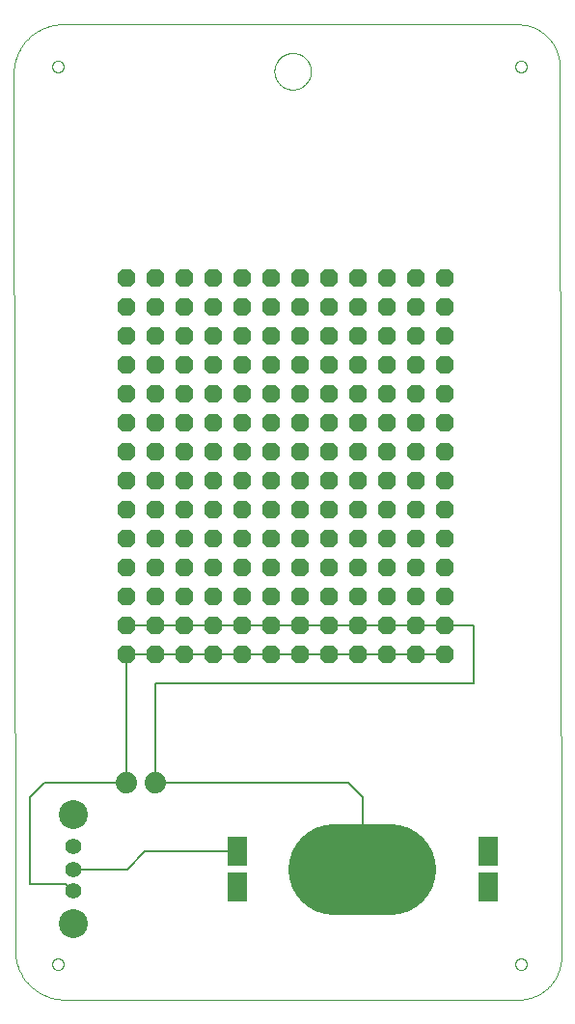
<source format=gtl>
G75*
%MOIN*%
%OFA0B0*%
%FSLAX25Y25*%
%IPPOS*%
%LPD*%
%AMOC8*
5,1,8,0,0,1.08239X$1,22.5*
%
%ADD10C,0.00000*%
%ADD11C,0.07400*%
%ADD12OC8,0.06300*%
%ADD13C,0.05600*%
%ADD14C,0.10000*%
%ADD15R,0.07000X0.10000*%
%ADD16C,0.31496*%
%ADD17C,0.00600*%
D10*
X0008809Y0018071D02*
X0008329Y0320837D01*
X0021632Y0323269D02*
X0021634Y0323357D01*
X0021640Y0323445D01*
X0021650Y0323533D01*
X0021664Y0323621D01*
X0021681Y0323707D01*
X0021703Y0323793D01*
X0021728Y0323877D01*
X0021758Y0323961D01*
X0021790Y0324043D01*
X0021827Y0324123D01*
X0021867Y0324202D01*
X0021911Y0324279D01*
X0021958Y0324354D01*
X0022008Y0324426D01*
X0022062Y0324497D01*
X0022118Y0324564D01*
X0022178Y0324630D01*
X0022240Y0324692D01*
X0022306Y0324752D01*
X0022373Y0324808D01*
X0022444Y0324862D01*
X0022516Y0324912D01*
X0022591Y0324959D01*
X0022668Y0325003D01*
X0022747Y0325043D01*
X0022827Y0325080D01*
X0022909Y0325112D01*
X0022993Y0325142D01*
X0023077Y0325167D01*
X0023163Y0325189D01*
X0023249Y0325206D01*
X0023337Y0325220D01*
X0023425Y0325230D01*
X0023513Y0325236D01*
X0023601Y0325238D01*
X0023689Y0325236D01*
X0023777Y0325230D01*
X0023865Y0325220D01*
X0023953Y0325206D01*
X0024039Y0325189D01*
X0024125Y0325167D01*
X0024209Y0325142D01*
X0024293Y0325112D01*
X0024375Y0325080D01*
X0024455Y0325043D01*
X0024534Y0325003D01*
X0024611Y0324959D01*
X0024686Y0324912D01*
X0024758Y0324862D01*
X0024829Y0324808D01*
X0024896Y0324752D01*
X0024962Y0324692D01*
X0025024Y0324630D01*
X0025084Y0324564D01*
X0025140Y0324497D01*
X0025194Y0324426D01*
X0025244Y0324354D01*
X0025291Y0324279D01*
X0025335Y0324202D01*
X0025375Y0324123D01*
X0025412Y0324043D01*
X0025444Y0323961D01*
X0025474Y0323877D01*
X0025499Y0323793D01*
X0025521Y0323707D01*
X0025538Y0323621D01*
X0025552Y0323533D01*
X0025562Y0323445D01*
X0025568Y0323357D01*
X0025570Y0323269D01*
X0025568Y0323181D01*
X0025562Y0323093D01*
X0025552Y0323005D01*
X0025538Y0322917D01*
X0025521Y0322831D01*
X0025499Y0322745D01*
X0025474Y0322661D01*
X0025444Y0322577D01*
X0025412Y0322495D01*
X0025375Y0322415D01*
X0025335Y0322336D01*
X0025291Y0322259D01*
X0025244Y0322184D01*
X0025194Y0322112D01*
X0025140Y0322041D01*
X0025084Y0321974D01*
X0025024Y0321908D01*
X0024962Y0321846D01*
X0024896Y0321786D01*
X0024829Y0321730D01*
X0024758Y0321676D01*
X0024686Y0321626D01*
X0024611Y0321579D01*
X0024534Y0321535D01*
X0024455Y0321495D01*
X0024375Y0321458D01*
X0024293Y0321426D01*
X0024209Y0321396D01*
X0024125Y0321371D01*
X0024039Y0321349D01*
X0023953Y0321332D01*
X0023865Y0321318D01*
X0023777Y0321308D01*
X0023689Y0321302D01*
X0023601Y0321300D01*
X0023513Y0321302D01*
X0023425Y0321308D01*
X0023337Y0321318D01*
X0023249Y0321332D01*
X0023163Y0321349D01*
X0023077Y0321371D01*
X0022993Y0321396D01*
X0022909Y0321426D01*
X0022827Y0321458D01*
X0022747Y0321495D01*
X0022668Y0321535D01*
X0022591Y0321579D01*
X0022516Y0321626D01*
X0022444Y0321676D01*
X0022373Y0321730D01*
X0022306Y0321786D01*
X0022240Y0321846D01*
X0022178Y0321908D01*
X0022118Y0321974D01*
X0022062Y0322041D01*
X0022008Y0322112D01*
X0021958Y0322184D01*
X0021911Y0322259D01*
X0021867Y0322336D01*
X0021827Y0322415D01*
X0021790Y0322495D01*
X0021758Y0322577D01*
X0021728Y0322661D01*
X0021703Y0322745D01*
X0021681Y0322831D01*
X0021664Y0322917D01*
X0021650Y0323005D01*
X0021640Y0323093D01*
X0021634Y0323181D01*
X0021632Y0323269D01*
X0008329Y0320837D02*
X0008334Y0321248D01*
X0008349Y0321659D01*
X0008374Y0322069D01*
X0008408Y0322478D01*
X0008453Y0322887D01*
X0008507Y0323294D01*
X0008572Y0323700D01*
X0008646Y0324104D01*
X0008730Y0324506D01*
X0008823Y0324906D01*
X0008926Y0325304D01*
X0009039Y0325699D01*
X0009161Y0326092D01*
X0009293Y0326481D01*
X0009434Y0326867D01*
X0009584Y0327249D01*
X0009744Y0327628D01*
X0009913Y0328003D01*
X0010090Y0328373D01*
X0010277Y0328739D01*
X0010472Y0329101D01*
X0010676Y0329457D01*
X0010889Y0329809D01*
X0011110Y0330155D01*
X0011339Y0330496D01*
X0011576Y0330832D01*
X0011822Y0331161D01*
X0012075Y0331485D01*
X0012337Y0331802D01*
X0012605Y0332113D01*
X0012882Y0332417D01*
X0013165Y0332714D01*
X0013456Y0333005D01*
X0013753Y0333288D01*
X0014057Y0333565D01*
X0014368Y0333833D01*
X0014685Y0334095D01*
X0015009Y0334348D01*
X0015338Y0334594D01*
X0015674Y0334831D01*
X0016015Y0335060D01*
X0016361Y0335281D01*
X0016713Y0335494D01*
X0017069Y0335698D01*
X0017431Y0335893D01*
X0017797Y0336080D01*
X0018167Y0336257D01*
X0018542Y0336426D01*
X0018921Y0336586D01*
X0019303Y0336736D01*
X0019689Y0336877D01*
X0020078Y0337009D01*
X0020471Y0337131D01*
X0020866Y0337244D01*
X0021264Y0337347D01*
X0021664Y0337440D01*
X0022066Y0337524D01*
X0022470Y0337598D01*
X0022876Y0337663D01*
X0023283Y0337717D01*
X0023692Y0337762D01*
X0024101Y0337796D01*
X0024511Y0337821D01*
X0024922Y0337836D01*
X0025333Y0337841D01*
X0182309Y0337841D01*
X0181632Y0323269D02*
X0181634Y0323357D01*
X0181640Y0323445D01*
X0181650Y0323533D01*
X0181664Y0323621D01*
X0181681Y0323707D01*
X0181703Y0323793D01*
X0181728Y0323877D01*
X0181758Y0323961D01*
X0181790Y0324043D01*
X0181827Y0324123D01*
X0181867Y0324202D01*
X0181911Y0324279D01*
X0181958Y0324354D01*
X0182008Y0324426D01*
X0182062Y0324497D01*
X0182118Y0324564D01*
X0182178Y0324630D01*
X0182240Y0324692D01*
X0182306Y0324752D01*
X0182373Y0324808D01*
X0182444Y0324862D01*
X0182516Y0324912D01*
X0182591Y0324959D01*
X0182668Y0325003D01*
X0182747Y0325043D01*
X0182827Y0325080D01*
X0182909Y0325112D01*
X0182993Y0325142D01*
X0183077Y0325167D01*
X0183163Y0325189D01*
X0183249Y0325206D01*
X0183337Y0325220D01*
X0183425Y0325230D01*
X0183513Y0325236D01*
X0183601Y0325238D01*
X0183689Y0325236D01*
X0183777Y0325230D01*
X0183865Y0325220D01*
X0183953Y0325206D01*
X0184039Y0325189D01*
X0184125Y0325167D01*
X0184209Y0325142D01*
X0184293Y0325112D01*
X0184375Y0325080D01*
X0184455Y0325043D01*
X0184534Y0325003D01*
X0184611Y0324959D01*
X0184686Y0324912D01*
X0184758Y0324862D01*
X0184829Y0324808D01*
X0184896Y0324752D01*
X0184962Y0324692D01*
X0185024Y0324630D01*
X0185084Y0324564D01*
X0185140Y0324497D01*
X0185194Y0324426D01*
X0185244Y0324354D01*
X0185291Y0324279D01*
X0185335Y0324202D01*
X0185375Y0324123D01*
X0185412Y0324043D01*
X0185444Y0323961D01*
X0185474Y0323877D01*
X0185499Y0323793D01*
X0185521Y0323707D01*
X0185538Y0323621D01*
X0185552Y0323533D01*
X0185562Y0323445D01*
X0185568Y0323357D01*
X0185570Y0323269D01*
X0185568Y0323181D01*
X0185562Y0323093D01*
X0185552Y0323005D01*
X0185538Y0322917D01*
X0185521Y0322831D01*
X0185499Y0322745D01*
X0185474Y0322661D01*
X0185444Y0322577D01*
X0185412Y0322495D01*
X0185375Y0322415D01*
X0185335Y0322336D01*
X0185291Y0322259D01*
X0185244Y0322184D01*
X0185194Y0322112D01*
X0185140Y0322041D01*
X0185084Y0321974D01*
X0185024Y0321908D01*
X0184962Y0321846D01*
X0184896Y0321786D01*
X0184829Y0321730D01*
X0184758Y0321676D01*
X0184686Y0321626D01*
X0184611Y0321579D01*
X0184534Y0321535D01*
X0184455Y0321495D01*
X0184375Y0321458D01*
X0184293Y0321426D01*
X0184209Y0321396D01*
X0184125Y0321371D01*
X0184039Y0321349D01*
X0183953Y0321332D01*
X0183865Y0321318D01*
X0183777Y0321308D01*
X0183689Y0321302D01*
X0183601Y0321300D01*
X0183513Y0321302D01*
X0183425Y0321308D01*
X0183337Y0321318D01*
X0183249Y0321332D01*
X0183163Y0321349D01*
X0183077Y0321371D01*
X0182993Y0321396D01*
X0182909Y0321426D01*
X0182827Y0321458D01*
X0182747Y0321495D01*
X0182668Y0321535D01*
X0182591Y0321579D01*
X0182516Y0321626D01*
X0182444Y0321676D01*
X0182373Y0321730D01*
X0182306Y0321786D01*
X0182240Y0321846D01*
X0182178Y0321908D01*
X0182118Y0321974D01*
X0182062Y0322041D01*
X0182008Y0322112D01*
X0181958Y0322184D01*
X0181911Y0322259D01*
X0181867Y0322336D01*
X0181827Y0322415D01*
X0181790Y0322495D01*
X0181758Y0322577D01*
X0181728Y0322661D01*
X0181703Y0322745D01*
X0181681Y0322831D01*
X0181664Y0322917D01*
X0181650Y0323005D01*
X0181640Y0323093D01*
X0181634Y0323181D01*
X0181632Y0323269D01*
X0182309Y0337841D02*
X0182665Y0337837D01*
X0183020Y0337824D01*
X0183375Y0337802D01*
X0183730Y0337772D01*
X0184083Y0337734D01*
X0184436Y0337687D01*
X0184787Y0337631D01*
X0185137Y0337567D01*
X0185486Y0337494D01*
X0185832Y0337413D01*
X0186176Y0337324D01*
X0186518Y0337226D01*
X0186858Y0337121D01*
X0187195Y0337006D01*
X0187529Y0336884D01*
X0187860Y0336754D01*
X0188188Y0336616D01*
X0188512Y0336470D01*
X0188833Y0336316D01*
X0189150Y0336155D01*
X0189463Y0335986D01*
X0189772Y0335809D01*
X0190076Y0335625D01*
X0190376Y0335434D01*
X0190671Y0335235D01*
X0190962Y0335030D01*
X0191247Y0334817D01*
X0191527Y0334598D01*
X0191802Y0334371D01*
X0192071Y0334139D01*
X0192334Y0333900D01*
X0192592Y0333654D01*
X0192843Y0333403D01*
X0193089Y0333145D01*
X0193328Y0332882D01*
X0193560Y0332613D01*
X0193787Y0332338D01*
X0194006Y0332058D01*
X0194219Y0331773D01*
X0194424Y0331482D01*
X0194623Y0331187D01*
X0194814Y0330887D01*
X0194998Y0330583D01*
X0195175Y0330274D01*
X0195344Y0329961D01*
X0195505Y0329644D01*
X0195659Y0329323D01*
X0195805Y0328999D01*
X0195943Y0328671D01*
X0196073Y0328340D01*
X0196195Y0328006D01*
X0196310Y0327669D01*
X0196415Y0327329D01*
X0196513Y0326987D01*
X0196602Y0326643D01*
X0196683Y0326297D01*
X0196756Y0325948D01*
X0196820Y0325598D01*
X0196876Y0325247D01*
X0196923Y0324894D01*
X0196961Y0324541D01*
X0196991Y0324186D01*
X0197013Y0323831D01*
X0197026Y0323476D01*
X0197030Y0323120D01*
X0197510Y0015784D01*
X0181609Y0013209D02*
X0181611Y0013297D01*
X0181617Y0013385D01*
X0181627Y0013473D01*
X0181641Y0013561D01*
X0181658Y0013647D01*
X0181680Y0013733D01*
X0181705Y0013817D01*
X0181735Y0013901D01*
X0181767Y0013983D01*
X0181804Y0014063D01*
X0181844Y0014142D01*
X0181888Y0014219D01*
X0181935Y0014294D01*
X0181985Y0014366D01*
X0182039Y0014437D01*
X0182095Y0014504D01*
X0182155Y0014570D01*
X0182217Y0014632D01*
X0182283Y0014692D01*
X0182350Y0014748D01*
X0182421Y0014802D01*
X0182493Y0014852D01*
X0182568Y0014899D01*
X0182645Y0014943D01*
X0182724Y0014983D01*
X0182804Y0015020D01*
X0182886Y0015052D01*
X0182970Y0015082D01*
X0183054Y0015107D01*
X0183140Y0015129D01*
X0183226Y0015146D01*
X0183314Y0015160D01*
X0183402Y0015170D01*
X0183490Y0015176D01*
X0183578Y0015178D01*
X0183666Y0015176D01*
X0183754Y0015170D01*
X0183842Y0015160D01*
X0183930Y0015146D01*
X0184016Y0015129D01*
X0184102Y0015107D01*
X0184186Y0015082D01*
X0184270Y0015052D01*
X0184352Y0015020D01*
X0184432Y0014983D01*
X0184511Y0014943D01*
X0184588Y0014899D01*
X0184663Y0014852D01*
X0184735Y0014802D01*
X0184806Y0014748D01*
X0184873Y0014692D01*
X0184939Y0014632D01*
X0185001Y0014570D01*
X0185061Y0014504D01*
X0185117Y0014437D01*
X0185171Y0014366D01*
X0185221Y0014294D01*
X0185268Y0014219D01*
X0185312Y0014142D01*
X0185352Y0014063D01*
X0185389Y0013983D01*
X0185421Y0013901D01*
X0185451Y0013817D01*
X0185476Y0013733D01*
X0185498Y0013647D01*
X0185515Y0013561D01*
X0185529Y0013473D01*
X0185539Y0013385D01*
X0185545Y0013297D01*
X0185547Y0013209D01*
X0185545Y0013121D01*
X0185539Y0013033D01*
X0185529Y0012945D01*
X0185515Y0012857D01*
X0185498Y0012771D01*
X0185476Y0012685D01*
X0185451Y0012601D01*
X0185421Y0012517D01*
X0185389Y0012435D01*
X0185352Y0012355D01*
X0185312Y0012276D01*
X0185268Y0012199D01*
X0185221Y0012124D01*
X0185171Y0012052D01*
X0185117Y0011981D01*
X0185061Y0011914D01*
X0185001Y0011848D01*
X0184939Y0011786D01*
X0184873Y0011726D01*
X0184806Y0011670D01*
X0184735Y0011616D01*
X0184663Y0011566D01*
X0184588Y0011519D01*
X0184511Y0011475D01*
X0184432Y0011435D01*
X0184352Y0011398D01*
X0184270Y0011366D01*
X0184186Y0011336D01*
X0184102Y0011311D01*
X0184016Y0011289D01*
X0183930Y0011272D01*
X0183842Y0011258D01*
X0183754Y0011248D01*
X0183666Y0011242D01*
X0183578Y0011240D01*
X0183490Y0011242D01*
X0183402Y0011248D01*
X0183314Y0011258D01*
X0183226Y0011272D01*
X0183140Y0011289D01*
X0183054Y0011311D01*
X0182970Y0011336D01*
X0182886Y0011366D01*
X0182804Y0011398D01*
X0182724Y0011435D01*
X0182645Y0011475D01*
X0182568Y0011519D01*
X0182493Y0011566D01*
X0182421Y0011616D01*
X0182350Y0011670D01*
X0182283Y0011726D01*
X0182217Y0011786D01*
X0182155Y0011848D01*
X0182095Y0011914D01*
X0182039Y0011981D01*
X0181985Y0012052D01*
X0181935Y0012124D01*
X0181888Y0012199D01*
X0181844Y0012276D01*
X0181804Y0012355D01*
X0181767Y0012435D01*
X0181735Y0012517D01*
X0181705Y0012601D01*
X0181680Y0012685D01*
X0181658Y0012771D01*
X0181641Y0012857D01*
X0181627Y0012945D01*
X0181617Y0013033D01*
X0181611Y0013121D01*
X0181609Y0013209D01*
X0182726Y0001000D02*
X0183083Y0001004D01*
X0183440Y0001017D01*
X0183797Y0001039D01*
X0184153Y0001069D01*
X0184508Y0001108D01*
X0184862Y0001155D01*
X0185215Y0001211D01*
X0185566Y0001275D01*
X0185916Y0001348D01*
X0186264Y0001430D01*
X0186610Y0001519D01*
X0186953Y0001617D01*
X0187295Y0001724D01*
X0187633Y0001838D01*
X0187968Y0001961D01*
X0188301Y0002091D01*
X0188630Y0002230D01*
X0188956Y0002377D01*
X0189278Y0002531D01*
X0189596Y0002693D01*
X0189911Y0002863D01*
X0190221Y0003041D01*
X0190527Y0003225D01*
X0190828Y0003418D01*
X0191124Y0003617D01*
X0191416Y0003823D01*
X0191702Y0004037D01*
X0191984Y0004257D01*
X0192259Y0004484D01*
X0192530Y0004718D01*
X0192794Y0004958D01*
X0193053Y0005205D01*
X0193305Y0005457D01*
X0193552Y0005716D01*
X0193792Y0005980D01*
X0194026Y0006251D01*
X0194253Y0006526D01*
X0194473Y0006808D01*
X0194687Y0007094D01*
X0194893Y0007386D01*
X0195092Y0007682D01*
X0195285Y0007983D01*
X0195469Y0008289D01*
X0195647Y0008599D01*
X0195817Y0008914D01*
X0195979Y0009232D01*
X0196133Y0009554D01*
X0196280Y0009880D01*
X0196419Y0010209D01*
X0196549Y0010542D01*
X0196672Y0010877D01*
X0196786Y0011215D01*
X0196893Y0011557D01*
X0196991Y0011900D01*
X0197080Y0012246D01*
X0197162Y0012594D01*
X0197235Y0012944D01*
X0197299Y0013295D01*
X0197355Y0013648D01*
X0197402Y0014002D01*
X0197441Y0014357D01*
X0197471Y0014713D01*
X0197493Y0015070D01*
X0197506Y0015427D01*
X0197510Y0015784D01*
X0182726Y0001000D02*
X0025880Y0001000D01*
X0021609Y0013209D02*
X0021611Y0013297D01*
X0021617Y0013385D01*
X0021627Y0013473D01*
X0021641Y0013561D01*
X0021658Y0013647D01*
X0021680Y0013733D01*
X0021705Y0013817D01*
X0021735Y0013901D01*
X0021767Y0013983D01*
X0021804Y0014063D01*
X0021844Y0014142D01*
X0021888Y0014219D01*
X0021935Y0014294D01*
X0021985Y0014366D01*
X0022039Y0014437D01*
X0022095Y0014504D01*
X0022155Y0014570D01*
X0022217Y0014632D01*
X0022283Y0014692D01*
X0022350Y0014748D01*
X0022421Y0014802D01*
X0022493Y0014852D01*
X0022568Y0014899D01*
X0022645Y0014943D01*
X0022724Y0014983D01*
X0022804Y0015020D01*
X0022886Y0015052D01*
X0022970Y0015082D01*
X0023054Y0015107D01*
X0023140Y0015129D01*
X0023226Y0015146D01*
X0023314Y0015160D01*
X0023402Y0015170D01*
X0023490Y0015176D01*
X0023578Y0015178D01*
X0023666Y0015176D01*
X0023754Y0015170D01*
X0023842Y0015160D01*
X0023930Y0015146D01*
X0024016Y0015129D01*
X0024102Y0015107D01*
X0024186Y0015082D01*
X0024270Y0015052D01*
X0024352Y0015020D01*
X0024432Y0014983D01*
X0024511Y0014943D01*
X0024588Y0014899D01*
X0024663Y0014852D01*
X0024735Y0014802D01*
X0024806Y0014748D01*
X0024873Y0014692D01*
X0024939Y0014632D01*
X0025001Y0014570D01*
X0025061Y0014504D01*
X0025117Y0014437D01*
X0025171Y0014366D01*
X0025221Y0014294D01*
X0025268Y0014219D01*
X0025312Y0014142D01*
X0025352Y0014063D01*
X0025389Y0013983D01*
X0025421Y0013901D01*
X0025451Y0013817D01*
X0025476Y0013733D01*
X0025498Y0013647D01*
X0025515Y0013561D01*
X0025529Y0013473D01*
X0025539Y0013385D01*
X0025545Y0013297D01*
X0025547Y0013209D01*
X0025545Y0013121D01*
X0025539Y0013033D01*
X0025529Y0012945D01*
X0025515Y0012857D01*
X0025498Y0012771D01*
X0025476Y0012685D01*
X0025451Y0012601D01*
X0025421Y0012517D01*
X0025389Y0012435D01*
X0025352Y0012355D01*
X0025312Y0012276D01*
X0025268Y0012199D01*
X0025221Y0012124D01*
X0025171Y0012052D01*
X0025117Y0011981D01*
X0025061Y0011914D01*
X0025001Y0011848D01*
X0024939Y0011786D01*
X0024873Y0011726D01*
X0024806Y0011670D01*
X0024735Y0011616D01*
X0024663Y0011566D01*
X0024588Y0011519D01*
X0024511Y0011475D01*
X0024432Y0011435D01*
X0024352Y0011398D01*
X0024270Y0011366D01*
X0024186Y0011336D01*
X0024102Y0011311D01*
X0024016Y0011289D01*
X0023930Y0011272D01*
X0023842Y0011258D01*
X0023754Y0011248D01*
X0023666Y0011242D01*
X0023578Y0011240D01*
X0023490Y0011242D01*
X0023402Y0011248D01*
X0023314Y0011258D01*
X0023226Y0011272D01*
X0023140Y0011289D01*
X0023054Y0011311D01*
X0022970Y0011336D01*
X0022886Y0011366D01*
X0022804Y0011398D01*
X0022724Y0011435D01*
X0022645Y0011475D01*
X0022568Y0011519D01*
X0022493Y0011566D01*
X0022421Y0011616D01*
X0022350Y0011670D01*
X0022283Y0011726D01*
X0022217Y0011786D01*
X0022155Y0011848D01*
X0022095Y0011914D01*
X0022039Y0011981D01*
X0021985Y0012052D01*
X0021935Y0012124D01*
X0021888Y0012199D01*
X0021844Y0012276D01*
X0021804Y0012355D01*
X0021767Y0012435D01*
X0021735Y0012517D01*
X0021705Y0012601D01*
X0021680Y0012685D01*
X0021658Y0012771D01*
X0021641Y0012857D01*
X0021627Y0012945D01*
X0021617Y0013033D01*
X0021611Y0013121D01*
X0021609Y0013209D01*
X0025880Y0001000D02*
X0025468Y0001005D01*
X0025055Y0001020D01*
X0024643Y0001045D01*
X0024232Y0001080D01*
X0023822Y0001124D01*
X0023413Y0001179D01*
X0023006Y0001244D01*
X0022600Y0001318D01*
X0022196Y0001402D01*
X0021795Y0001496D01*
X0021395Y0001600D01*
X0020999Y0001713D01*
X0020605Y0001836D01*
X0020214Y0001968D01*
X0019827Y0002109D01*
X0019443Y0002260D01*
X0019062Y0002420D01*
X0018686Y0002590D01*
X0018314Y0002768D01*
X0017947Y0002955D01*
X0017584Y0003151D01*
X0017226Y0003356D01*
X0016873Y0003570D01*
X0016525Y0003792D01*
X0016183Y0004022D01*
X0015846Y0004260D01*
X0015515Y0004507D01*
X0015190Y0004761D01*
X0014872Y0005023D01*
X0014560Y0005293D01*
X0014254Y0005570D01*
X0013956Y0005855D01*
X0013664Y0006147D01*
X0013379Y0006445D01*
X0013102Y0006751D01*
X0012832Y0007063D01*
X0012570Y0007381D01*
X0012316Y0007706D01*
X0012069Y0008037D01*
X0011831Y0008374D01*
X0011601Y0008716D01*
X0011379Y0009064D01*
X0011165Y0009417D01*
X0010960Y0009775D01*
X0010764Y0010138D01*
X0010577Y0010505D01*
X0010399Y0010877D01*
X0010229Y0011253D01*
X0010069Y0011634D01*
X0009918Y0012018D01*
X0009777Y0012405D01*
X0009645Y0012796D01*
X0009522Y0013190D01*
X0009409Y0013586D01*
X0009305Y0013986D01*
X0009211Y0014387D01*
X0009127Y0014791D01*
X0009053Y0015197D01*
X0008988Y0015604D01*
X0008933Y0016013D01*
X0008889Y0016423D01*
X0008854Y0016834D01*
X0008829Y0017246D01*
X0008814Y0017659D01*
X0008809Y0018071D01*
X0098410Y0321609D02*
X0098412Y0321767D01*
X0098418Y0321925D01*
X0098428Y0322083D01*
X0098442Y0322241D01*
X0098460Y0322398D01*
X0098481Y0322555D01*
X0098507Y0322711D01*
X0098537Y0322867D01*
X0098570Y0323022D01*
X0098608Y0323175D01*
X0098649Y0323328D01*
X0098694Y0323480D01*
X0098743Y0323631D01*
X0098796Y0323780D01*
X0098852Y0323928D01*
X0098912Y0324074D01*
X0098976Y0324219D01*
X0099044Y0324362D01*
X0099115Y0324504D01*
X0099189Y0324644D01*
X0099267Y0324781D01*
X0099349Y0324917D01*
X0099433Y0325051D01*
X0099522Y0325182D01*
X0099613Y0325311D01*
X0099708Y0325438D01*
X0099805Y0325563D01*
X0099906Y0325685D01*
X0100010Y0325804D01*
X0100117Y0325921D01*
X0100227Y0326035D01*
X0100340Y0326146D01*
X0100455Y0326255D01*
X0100573Y0326360D01*
X0100694Y0326462D01*
X0100817Y0326562D01*
X0100943Y0326658D01*
X0101071Y0326751D01*
X0101201Y0326841D01*
X0101334Y0326927D01*
X0101469Y0327011D01*
X0101605Y0327090D01*
X0101744Y0327167D01*
X0101885Y0327239D01*
X0102027Y0327309D01*
X0102171Y0327374D01*
X0102317Y0327436D01*
X0102464Y0327494D01*
X0102613Y0327549D01*
X0102763Y0327600D01*
X0102914Y0327647D01*
X0103066Y0327690D01*
X0103219Y0327729D01*
X0103374Y0327765D01*
X0103529Y0327796D01*
X0103685Y0327824D01*
X0103841Y0327848D01*
X0103998Y0327868D01*
X0104156Y0327884D01*
X0104313Y0327896D01*
X0104472Y0327904D01*
X0104630Y0327908D01*
X0104788Y0327908D01*
X0104946Y0327904D01*
X0105105Y0327896D01*
X0105262Y0327884D01*
X0105420Y0327868D01*
X0105577Y0327848D01*
X0105733Y0327824D01*
X0105889Y0327796D01*
X0106044Y0327765D01*
X0106199Y0327729D01*
X0106352Y0327690D01*
X0106504Y0327647D01*
X0106655Y0327600D01*
X0106805Y0327549D01*
X0106954Y0327494D01*
X0107101Y0327436D01*
X0107247Y0327374D01*
X0107391Y0327309D01*
X0107533Y0327239D01*
X0107674Y0327167D01*
X0107813Y0327090D01*
X0107949Y0327011D01*
X0108084Y0326927D01*
X0108217Y0326841D01*
X0108347Y0326751D01*
X0108475Y0326658D01*
X0108601Y0326562D01*
X0108724Y0326462D01*
X0108845Y0326360D01*
X0108963Y0326255D01*
X0109078Y0326146D01*
X0109191Y0326035D01*
X0109301Y0325921D01*
X0109408Y0325804D01*
X0109512Y0325685D01*
X0109613Y0325563D01*
X0109710Y0325438D01*
X0109805Y0325311D01*
X0109896Y0325182D01*
X0109985Y0325051D01*
X0110069Y0324917D01*
X0110151Y0324781D01*
X0110229Y0324644D01*
X0110303Y0324504D01*
X0110374Y0324362D01*
X0110442Y0324219D01*
X0110506Y0324074D01*
X0110566Y0323928D01*
X0110622Y0323780D01*
X0110675Y0323631D01*
X0110724Y0323480D01*
X0110769Y0323328D01*
X0110810Y0323175D01*
X0110848Y0323022D01*
X0110881Y0322867D01*
X0110911Y0322711D01*
X0110937Y0322555D01*
X0110958Y0322398D01*
X0110976Y0322241D01*
X0110990Y0322083D01*
X0111000Y0321925D01*
X0111006Y0321767D01*
X0111008Y0321609D01*
X0111006Y0321451D01*
X0111000Y0321293D01*
X0110990Y0321135D01*
X0110976Y0320977D01*
X0110958Y0320820D01*
X0110937Y0320663D01*
X0110911Y0320507D01*
X0110881Y0320351D01*
X0110848Y0320196D01*
X0110810Y0320043D01*
X0110769Y0319890D01*
X0110724Y0319738D01*
X0110675Y0319587D01*
X0110622Y0319438D01*
X0110566Y0319290D01*
X0110506Y0319144D01*
X0110442Y0318999D01*
X0110374Y0318856D01*
X0110303Y0318714D01*
X0110229Y0318574D01*
X0110151Y0318437D01*
X0110069Y0318301D01*
X0109985Y0318167D01*
X0109896Y0318036D01*
X0109805Y0317907D01*
X0109710Y0317780D01*
X0109613Y0317655D01*
X0109512Y0317533D01*
X0109408Y0317414D01*
X0109301Y0317297D01*
X0109191Y0317183D01*
X0109078Y0317072D01*
X0108963Y0316963D01*
X0108845Y0316858D01*
X0108724Y0316756D01*
X0108601Y0316656D01*
X0108475Y0316560D01*
X0108347Y0316467D01*
X0108217Y0316377D01*
X0108084Y0316291D01*
X0107949Y0316207D01*
X0107813Y0316128D01*
X0107674Y0316051D01*
X0107533Y0315979D01*
X0107391Y0315909D01*
X0107247Y0315844D01*
X0107101Y0315782D01*
X0106954Y0315724D01*
X0106805Y0315669D01*
X0106655Y0315618D01*
X0106504Y0315571D01*
X0106352Y0315528D01*
X0106199Y0315489D01*
X0106044Y0315453D01*
X0105889Y0315422D01*
X0105733Y0315394D01*
X0105577Y0315370D01*
X0105420Y0315350D01*
X0105262Y0315334D01*
X0105105Y0315322D01*
X0104946Y0315314D01*
X0104788Y0315310D01*
X0104630Y0315310D01*
X0104472Y0315314D01*
X0104313Y0315322D01*
X0104156Y0315334D01*
X0103998Y0315350D01*
X0103841Y0315370D01*
X0103685Y0315394D01*
X0103529Y0315422D01*
X0103374Y0315453D01*
X0103219Y0315489D01*
X0103066Y0315528D01*
X0102914Y0315571D01*
X0102763Y0315618D01*
X0102613Y0315669D01*
X0102464Y0315724D01*
X0102317Y0315782D01*
X0102171Y0315844D01*
X0102027Y0315909D01*
X0101885Y0315979D01*
X0101744Y0316051D01*
X0101605Y0316128D01*
X0101469Y0316207D01*
X0101334Y0316291D01*
X0101201Y0316377D01*
X0101071Y0316467D01*
X0100943Y0316560D01*
X0100817Y0316656D01*
X0100694Y0316756D01*
X0100573Y0316858D01*
X0100455Y0316963D01*
X0100340Y0317072D01*
X0100227Y0317183D01*
X0100117Y0317297D01*
X0100010Y0317414D01*
X0099906Y0317533D01*
X0099805Y0317655D01*
X0099708Y0317780D01*
X0099613Y0317907D01*
X0099522Y0318036D01*
X0099433Y0318167D01*
X0099349Y0318301D01*
X0099267Y0318437D01*
X0099189Y0318574D01*
X0099115Y0318714D01*
X0099044Y0318856D01*
X0098976Y0318999D01*
X0098912Y0319144D01*
X0098852Y0319290D01*
X0098796Y0319438D01*
X0098743Y0319587D01*
X0098694Y0319738D01*
X0098649Y0319890D01*
X0098608Y0320043D01*
X0098570Y0320196D01*
X0098537Y0320351D01*
X0098507Y0320507D01*
X0098481Y0320663D01*
X0098460Y0320820D01*
X0098442Y0320977D01*
X0098428Y0321135D01*
X0098418Y0321293D01*
X0098412Y0321451D01*
X0098410Y0321609D01*
D11*
X0057169Y0076000D03*
X0047169Y0076000D03*
D12*
X0047169Y0120200D03*
X0047169Y0130200D03*
X0047169Y0140200D03*
X0047169Y0150200D03*
X0047169Y0160200D03*
X0047169Y0170200D03*
X0047169Y0180200D03*
X0047169Y0190200D03*
X0047169Y0200200D03*
X0047169Y0210200D03*
X0047169Y0220200D03*
X0047169Y0230200D03*
X0047169Y0240200D03*
X0047169Y0250200D03*
X0057169Y0250200D03*
X0057169Y0240200D03*
X0057169Y0230200D03*
X0057169Y0220200D03*
X0057169Y0210200D03*
X0057169Y0200200D03*
X0057169Y0190200D03*
X0057169Y0180200D03*
X0057169Y0170200D03*
X0057169Y0160200D03*
X0057169Y0150200D03*
X0057169Y0140200D03*
X0057169Y0130200D03*
X0057169Y0120200D03*
X0067169Y0120200D03*
X0067169Y0130200D03*
X0067169Y0140200D03*
X0067169Y0150200D03*
X0067169Y0160200D03*
X0067169Y0170200D03*
X0067169Y0180200D03*
X0067169Y0190200D03*
X0067169Y0200200D03*
X0067169Y0210200D03*
X0067169Y0220200D03*
X0067169Y0230200D03*
X0067169Y0240200D03*
X0067169Y0250200D03*
X0077169Y0250200D03*
X0077169Y0240200D03*
X0077169Y0230200D03*
X0077169Y0220200D03*
X0077169Y0210200D03*
X0077169Y0200200D03*
X0077169Y0190200D03*
X0077169Y0180200D03*
X0077169Y0170200D03*
X0077169Y0160200D03*
X0077169Y0150200D03*
X0077169Y0140200D03*
X0077169Y0130200D03*
X0077169Y0120200D03*
X0087169Y0120200D03*
X0087169Y0130200D03*
X0087169Y0140200D03*
X0087169Y0150200D03*
X0087169Y0160200D03*
X0087169Y0170200D03*
X0087169Y0180200D03*
X0087169Y0190200D03*
X0087169Y0200200D03*
X0087169Y0210200D03*
X0087169Y0220200D03*
X0087169Y0230200D03*
X0087169Y0240200D03*
X0087169Y0250200D03*
X0097169Y0250200D03*
X0097169Y0240200D03*
X0097169Y0230200D03*
X0097169Y0220200D03*
X0097169Y0210200D03*
X0097169Y0200200D03*
X0097169Y0190200D03*
X0097169Y0180200D03*
X0097169Y0170200D03*
X0097169Y0160200D03*
X0097169Y0150200D03*
X0097169Y0140200D03*
X0097169Y0130200D03*
X0097169Y0120200D03*
X0107169Y0120200D03*
X0107169Y0130200D03*
X0107169Y0140200D03*
X0107169Y0150200D03*
X0107169Y0160200D03*
X0107169Y0170200D03*
X0107169Y0180200D03*
X0107169Y0190200D03*
X0107169Y0200200D03*
X0107169Y0210200D03*
X0107169Y0220200D03*
X0107169Y0230200D03*
X0107169Y0240200D03*
X0107169Y0250200D03*
X0117169Y0250200D03*
X0117169Y0240200D03*
X0117169Y0230200D03*
X0117169Y0220200D03*
X0117169Y0210200D03*
X0117169Y0200200D03*
X0117169Y0190200D03*
X0117169Y0180200D03*
X0117169Y0170200D03*
X0117169Y0160200D03*
X0117169Y0150200D03*
X0117169Y0140200D03*
X0117169Y0130200D03*
X0117169Y0120200D03*
X0127169Y0120200D03*
X0127169Y0130200D03*
X0127169Y0140200D03*
X0127169Y0150200D03*
X0127169Y0160200D03*
X0127169Y0170200D03*
X0127169Y0180200D03*
X0127169Y0190200D03*
X0127169Y0200200D03*
X0127169Y0210200D03*
X0127169Y0220200D03*
X0127169Y0230200D03*
X0127169Y0240200D03*
X0127169Y0250200D03*
X0137169Y0250200D03*
X0137169Y0240200D03*
X0137169Y0230200D03*
X0137169Y0220200D03*
X0137169Y0210200D03*
X0137169Y0200200D03*
X0137169Y0190200D03*
X0137169Y0180200D03*
X0137169Y0170200D03*
X0137169Y0160200D03*
X0137169Y0150200D03*
X0137169Y0140200D03*
X0137169Y0130200D03*
X0137169Y0120200D03*
X0147169Y0120200D03*
X0147169Y0130200D03*
X0147169Y0140200D03*
X0147169Y0150200D03*
X0147169Y0160200D03*
X0147169Y0170200D03*
X0147169Y0180200D03*
X0147169Y0190200D03*
X0147169Y0200200D03*
X0147169Y0210200D03*
X0147169Y0220200D03*
X0147169Y0230200D03*
X0147169Y0240200D03*
X0147169Y0250200D03*
X0157169Y0250200D03*
X0157169Y0240200D03*
X0157169Y0230200D03*
X0157169Y0220200D03*
X0157169Y0210200D03*
X0157169Y0200200D03*
X0157169Y0190200D03*
X0157169Y0180200D03*
X0157169Y0170200D03*
X0157169Y0160200D03*
X0157169Y0150200D03*
X0157169Y0140200D03*
X0157169Y0130200D03*
X0157169Y0120200D03*
D13*
X0028809Y0053874D03*
X0028809Y0046000D03*
X0028809Y0038520D03*
D14*
X0028809Y0027102D03*
X0028809Y0064898D03*
D15*
X0085502Y0052102D03*
X0085502Y0039898D03*
X0172116Y0039898D03*
X0172116Y0052102D03*
D16*
X0138651Y0046000D02*
X0118967Y0046000D01*
D17*
X0128809Y0046000D02*
X0128809Y0071000D01*
X0127929Y0071880D01*
X0123809Y0076000D01*
X0057169Y0076000D01*
X0057169Y0110200D01*
X0167169Y0110200D01*
X0167169Y0130200D01*
X0157169Y0130200D01*
X0147169Y0130200D01*
X0137169Y0130200D01*
X0127169Y0130200D01*
X0117169Y0130200D01*
X0107169Y0130200D01*
X0097169Y0130200D01*
X0087169Y0130200D01*
X0077169Y0130200D01*
X0067169Y0130200D01*
X0057169Y0130200D01*
X0047169Y0130200D01*
X0047169Y0120200D02*
X0047169Y0076000D01*
X0018809Y0076000D01*
X0013809Y0071000D01*
X0013809Y0041000D01*
X0026329Y0041000D01*
X0028809Y0038520D01*
X0028809Y0046000D02*
X0047659Y0046000D01*
X0053761Y0052102D01*
X0085502Y0052102D01*
X0087169Y0120200D02*
X0077169Y0120200D01*
X0067169Y0120200D01*
X0057169Y0120200D01*
X0047169Y0120200D01*
X0087169Y0120200D02*
X0097169Y0120200D01*
X0107169Y0120200D01*
X0117169Y0120200D01*
X0127169Y0120200D01*
X0137169Y0120200D01*
X0147169Y0120200D01*
X0157169Y0120200D01*
X0127929Y0071880D02*
X0128809Y0071000D01*
M02*

</source>
